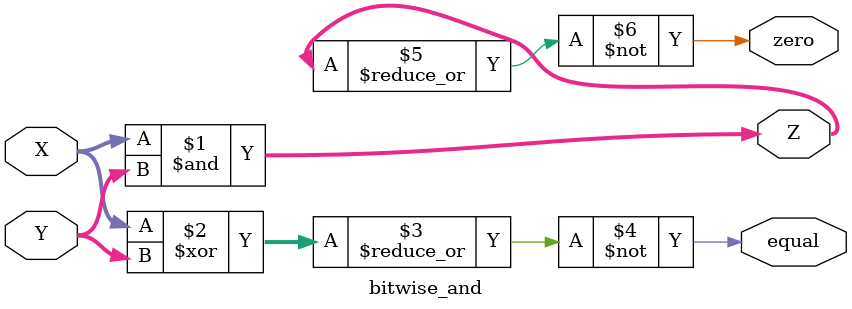
<source format=v>
`timescale 1ns / 1ps
`default_nettype none //helps catch typo-related bugs
module bitwise_and(X, Y, Z, equal, zero);

	//parameter definitions

	//port definitions - customize for different bit widths
	input wire [31:0] X, Y;
	output wire [31:0] Z;
	output wire equal, zero;
	
	//module body
	assign Z = X & Y;
	assign equal = ~(|(X ^ Y));
	assign zero = ~(|Z);

endmodule
`default_nettype wire //some Xilinx IP requires that the default_nettype be set to wire

</source>
